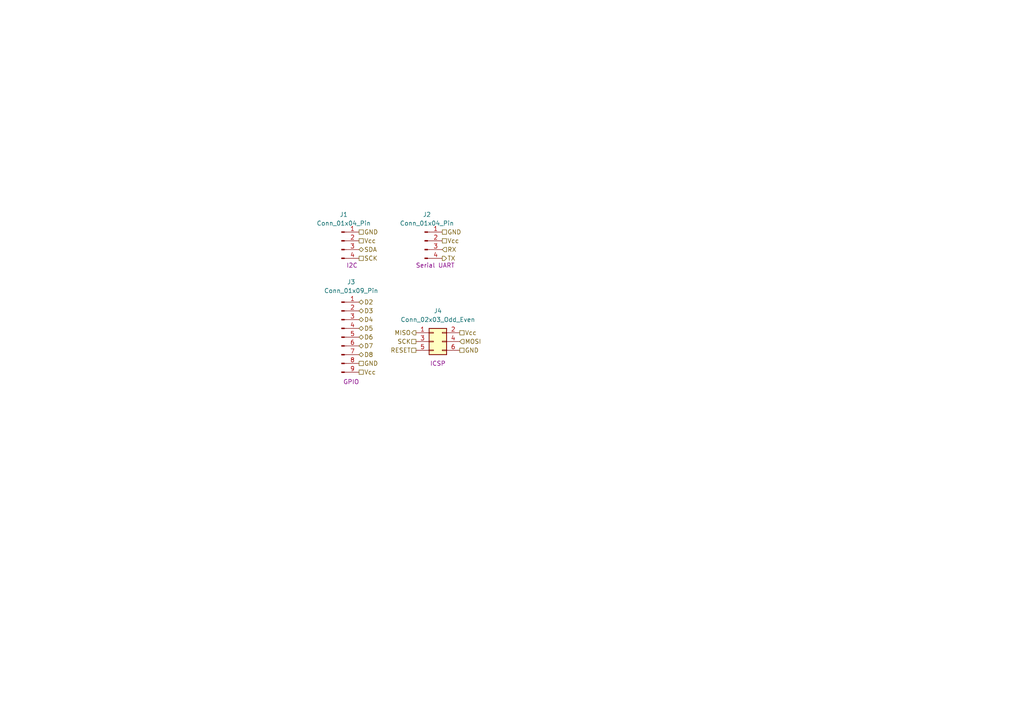
<source format=kicad_sch>
(kicad_sch (version 20231120) (generator "eeschema") (generator_version "8.0")
  (paper "A4")
  (lib_symbols
    (symbol "Connector:Conn_01x04_Pin" (pin_names (offset 1.016) hide)
      (property "Reference" "J" (at 0 5.08 0))
      (property "Value" "Conn_01x04_Pin" (at 0 -7.62 0))
      (symbol "Conn_01x04_Pin_1_1"
        (polyline (pts (xy 1.27 -5.08) (xy 0.8636 -5.08)) (stroke (width 0.1524)))
        (polyline (pts (xy 1.27 -2.54) (xy 0.8636 -2.54)) (stroke (width 0.1524)))
        (polyline (pts (xy 1.27 0) (xy 0.8636 0)) (stroke (width 0.1524)))
        (polyline (pts (xy 1.27 2.54) (xy 0.8636 2.54)) (stroke (width 0.1524)))
        (rectangle (start 0.8636 -4.953) (end 0 -5.207) (stroke (width 0.1524)) (fill (type outline)))
        (rectangle (start 0.8636 -2.413) (end 0 -2.667) (stroke (width 0.1524)) (fill (type outline)))
        (rectangle (start 0.8636 0.127) (end 0 -0.127) (stroke (width 0.1524)) (fill (type outline)))
        (rectangle (start 0.8636 2.667) (end 0 2.413) (stroke (width 0.1524)) (fill (type outline)))
        (pin passive line (at 5.08 2.54 180) (length 3.81) (name "Pin_1") (number "1"))
        (pin passive line (at 5.08 0 180) (length 3.81) (name "Pin_2") (number "2"))
        (pin passive line (at 5.08 -2.54 180) (length 3.81) (name "Pin_3") (number "3"))
        (pin passive line (at 5.08 -5.08 180) (length 3.81) (name "Pin_4") (number "4"))
      )
    )
    (symbol "Connector:Conn_01x09_Pin" (pin_names (offset 1.016) hide)
      (property "Reference" "J" (at 0 12.7 0))
      (property "Value" "Conn_01x09_Pin" (at 0 -12.7 0))
      (symbol "Conn_01x09_Pin_1_1"
        (polyline (pts (xy 1.27 -10.16) (xy 0.8636 -10.16)) (stroke (width 0.1524)))
        (polyline (pts (xy 1.27 -7.62) (xy 0.8636 -7.62)) (stroke (width 0.1524)))
        (polyline (pts (xy 1.27 -5.08) (xy 0.8636 -5.08)) (stroke (width 0.1524)))
        (polyline (pts (xy 1.27 -2.54) (xy 0.8636 -2.54)) (stroke (width 0.1524)))
        (polyline (pts (xy 1.27 0) (xy 0.8636 0)) (stroke (width 0.1524)))
        (polyline (pts (xy 1.27 2.54) (xy 0.8636 2.54)) (stroke (width 0.1524)))
        (polyline (pts (xy 1.27 5.08) (xy 0.8636 5.08)) (stroke (width 0.1524)))
        (polyline (pts (xy 1.27 7.62) (xy 0.8636 7.62)) (stroke (width 0.1524)))
        (polyline (pts (xy 1.27 10.16) (xy 0.8636 10.16)) (stroke (width 0.1524)))
        (rectangle (start 0.8636 -10.033) (end 0 -10.287) (stroke (width 0.1524)) (fill (type outline)))
        (rectangle (start 0.8636 -7.493) (end 0 -7.747) (stroke (width 0.1524)) (fill (type outline)))
        (rectangle (start 0.8636 -4.953) (end 0 -5.207) (stroke (width 0.1524)) (fill (type outline)))
        (rectangle (start 0.8636 -2.413) (end 0 -2.667) (stroke (width 0.1524)) (fill (type outline)))
        (rectangle (start 0.8636 0.127) (end 0 -0.127) (stroke (width 0.1524)) (fill (type outline)))
        (rectangle (start 0.8636 2.667) (end 0 2.413) (stroke (width 0.1524)) (fill (type outline)))
        (rectangle (start 0.8636 5.207) (end 0 4.953) (stroke (width 0.1524)) (fill (type outline)))
        (rectangle (start 0.8636 7.747) (end 0 7.493) (stroke (width 0.1524)) (fill (type outline)))
        (rectangle (start 0.8636 10.287) (end 0 10.033) (stroke (width 0.1524)) (fill (type outline)))
        (pin passive line (at 5.08 10.16 180) (length 3.81) (name "Pin_1") (number "1"))
        (pin passive line (at 5.08 7.62 180) (length 3.81) (name "Pin_2") (number "2"))
        (pin passive line (at 5.08 5.08 180) (length 3.81) (name "Pin_3") (number "3"))
        (pin passive line (at 5.08 2.54 180) (length 3.81) (name "Pin_4") (number "4"))
        (pin passive line (at 5.08 0 180) (length 3.81) (name "Pin_5") (number "5"))
        (pin passive line (at 5.08 -2.54 180) (length 3.81) (name "Pin_6") (number "6"))
        (pin passive line (at 5.08 -5.08 180) (length 3.81) (name "Pin_7") (number "7"))
        (pin passive line (at 5.08 -7.62 180) (length 3.81) (name "Pin_8") (number "8"))
        (pin passive line (at 5.08 -10.16 180) (length 3.81) (name "Pin_9") (number "9"))
      )
    )
    (symbol "Connector_Generic:Conn_02x03_Odd_Even" (pin_names (offset 1.016) hide)
      (property "Reference" "J" (at 1.27 5.08 0))
      (property "Value" "Conn_02x03_Odd_Even" (at 1.27 -5.08 0))
      (symbol "Conn_02x03_Odd_Even_1_1"
        (rectangle (start -1.27 -2.413) (end 0 -2.667) (stroke (width 0.1524)))
        (rectangle (start -1.27 0.127) (end 0 -0.127) (stroke (width 0.1524)))
        (rectangle (start -1.27 2.667) (end 0 2.413) (stroke (width 0.1524)))
        (rectangle (start -1.27 3.81) (end 3.81 -3.81) (stroke (width 0.254)) (fill (type background)))
        (rectangle (start 3.81 -2.413) (end 2.54 -2.667) (stroke (width 0.1524)))
        (rectangle (start 3.81 0.127) (end 2.54 -0.127) (stroke (width 0.1524)))
        (rectangle (start 3.81 2.667) (end 2.54 2.413) (stroke (width 0.1524)))
        (pin passive line (at -5.08 2.54 0) (length 3.81) (name "Pin_1") (number "1"))
        (pin passive line (at 7.62 2.54 180) (length 3.81) (name "Pin_2") (number "2"))
        (pin passive line (at -5.08 0 0) (length 3.81) (name "Pin_3") (number "3"))
        (pin passive line (at 7.62 0 180) (length 3.81) (name "Pin_4") (number "4"))
        (pin passive line (at -5.08 -2.54 0) (length 3.81) (name "Pin_5") (number "5"))
        (pin passive line (at 7.62 -2.54 180) (length 3.81) (name "Pin_6") (number "6"))
      )
    )
  )
  (hierarchical_label "D3" (shape bidirectional) (at 104.14 90.17 0))
  (hierarchical_label "D2" (shape bidirectional) (at 104.14 87.63 0))
  (hierarchical_label "GND" (shape passive) (at 104.14 67.31 0))
  (hierarchical_label "TX" (shape output) (at 128.27 74.93 0))
  (hierarchical_label "MOSI" (shape input) (at 133.35 99.06 0))
  (hierarchical_label "RX" (shape input) (at 128.27 72.39 0))
  (hierarchical_label "GND" (shape passive) (at 128.27 67.31 0))
  (hierarchical_label "D8" (shape bidirectional) (at 104.14 102.87 0))
  (hierarchical_label "D4" (shape bidirectional) (at 104.14 92.71 0))
  (hierarchical_label "RESET" (shape passive) (at 120.65 101.6 180))
  (hierarchical_label "D5" (shape bidirectional) (at 104.14 95.25 0))
  (hierarchical_label "SDA" (shape bidirectional) (at 104.14 72.39 0))
  (hierarchical_label "GND" (shape passive) (at 133.35 101.6 0))
  (hierarchical_label "Vcc" (shape passive) (at 133.35 96.52 0))
  (hierarchical_label "SCK" (shape passive) (at 120.65 99.06 180))
  (hierarchical_label "Vcc" (shape passive) (at 128.27 69.85 0))
  (hierarchical_label "GND" (shape passive) (at 104.14 105.41 0))
  (hierarchical_label "D7" (shape bidirectional) (at 104.14 100.33 0))
  (hierarchical_label "MISO" (shape output) (at 120.65 96.52 180))
  (hierarchical_label "Vcc" (shape passive) (at 104.14 69.85 0))
  (hierarchical_label "Vcc" (shape passive) (at 104.14 107.95 0))
  (hierarchical_label "D6" (shape bidirectional) (at 104.14 97.79 0))
  (hierarchical_label "SCK" (shape passive) (at 104.14 74.93 0))
  (symbol (lib_id "Connector:Conn_01x04_Pin") (at 123.19 69.85 0) (unit 1)
    (property "Reference" "J2" (at 123.825 62.23 0))
    (property "Value" "Conn_01x04_Pin" (at 123.825 64.77 0))
    (property "Footprint" "Connector_PinHeader_2.54mm:PinHeader_1x04_P2.54mm_Vertical" (effects (hide yes)))
    (property "Description" "Generic connector, single row, 01x04, script generated" (effects (hide yes)))
    (property "Purpose" "Serial UART" (at 126.238 76.962 0))
  )
  (symbol (lib_id "Connector_Generic:Conn_02x03_Odd_Even") (at 125.73 99.06 0) (unit 1)
    (property "Reference" "J4" (at 127 90.17 0))
    (property "Value" "Conn_02x03_Odd_Even" (at 127 92.71 0))
    (property "Footprint" "Connector_PinHeader_2.54mm:PinHeader_2x03_P2.54mm_Vertical" (effects (hide yes)))
    (property "Description" "Generic connector, double row, 02x03, odd/even pin numbering scheme (row 1 odd numbers, row 2 even numbers), script generated (kicad-library-utils/schlib/autogen/connector/)" (effects (hide yes)))
    (property "Purpose" "ICSP" (at 127 105.41 0))
  )
  (symbol (lib_id "Connector:Conn_01x04_Pin") (at 99.06 69.85 0) (unit 1)
    (property "Reference" "J1" (at 99.695 62.23 0))
    (property "Value" "Conn_01x04_Pin" (at 99.695 64.77 0))
    (property "Footprint" "Connector_PinHeader_2.54mm:PinHeader_1x04_P2.54mm_Vertical" (effects (hide yes)))
    (property "Description" "Generic connector, single row, 01x04, script generated" (effects (hide yes)))
    (property "Purpose" "I2C" (at 102.108 76.962 0))
  )
  (symbol (lib_id "Connector:Conn_01x09_Pin") (at 99.06 97.79 0) (unit 1)
    (property "Reference" "J3" (at 101.854 81.788 0))
    (property "Value" "Conn_01x09_Pin" (at 101.854 84.328 0))
    (property "Footprint" "Connector_PinHeader_2.54mm:PinHeader_1x09_P2.54mm_Vertical" (effects (hide yes)))
    (property "Description" "Generic connector, single row, 01x09, script generated" (effects (hide yes)))
    (property "Purpose" "GPIO" (at 101.854 110.744 0))
  )
)
</source>
